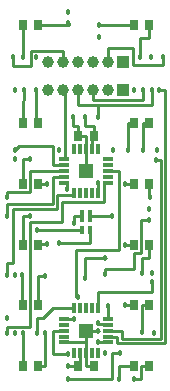
<source format=gbl>
G04 Layer_Physical_Order=4*
G04 Layer_Color=16711680*
%FSLAX44Y44*%
%MOMM*%
G71*
G01*
G75*
%ADD13C,0.2540*%
%ADD14C,1.0000*%
%ADD15R,1.0000X1.0000*%
%ADD16C,0.4572*%
%ADD20R,1.2700X1.2700*%
%ADD21R,0.3048X0.8636*%
%ADD22R,0.8636X0.3048*%
%ADD23R,0.7000X0.8999*%
%ADD24R,0.3800X1.0200*%
%ADD25R,0.3800X0.7600*%
D13*
X88796Y185000D02*
X97750D01*
Y118000D02*
Y185000D01*
X61750Y118000D02*
X97750D01*
X61750Y78000D02*
Y118000D01*
Y78000D02*
X63250D01*
X41770Y30500D02*
X54750D01*
X41770D02*
Y49980D01*
X51204D01*
X70000D02*
X80979D01*
X42080Y179920D02*
X51204D01*
X22540Y185000D02*
X51204D01*
X45890Y164680D02*
X60094D01*
X70000Y194398D02*
Y195000D01*
X73200Y124250D02*
Y135300D01*
X16500Y225387D02*
Y244000D01*
X18000Y245500D01*
Y254000D01*
X63750Y20000D02*
Y20000D01*
X70000Y31184D02*
Y40074D01*
Y49980D01*
X51204Y40074D02*
X70000D01*
X50950Y253539D02*
X52579D01*
X51204Y194906D02*
X52579D01*
X123332Y163008D02*
Y174041D01*
Y163008D02*
X124256D01*
X103005Y174009D02*
Y174041D01*
X73200Y147250D02*
X92000D01*
X73200Y146700D02*
Y147250D01*
X69500Y111756D02*
X86750D01*
X69500Y94750D02*
Y111756D01*
X60000Y141250D02*
Y146700D01*
X59753Y141007D02*
X59757D01*
X60000Y141250D01*
X117000Y143500D02*
X123750D01*
X60094Y164680D02*
Y166204D01*
X28000Y226887D02*
X29500Y225387D01*
X49700Y141920D02*
Y159000D01*
X45890Y153190D02*
Y164680D01*
X8080Y153190D02*
X45890D01*
X42080Y157000D02*
Y179920D01*
X3000Y157000D02*
X42080D01*
X60000Y146700D02*
X66800D01*
X49700Y159000D02*
X85000D01*
X103005Y174041D02*
X110332D01*
X110333Y122694D02*
Y122756D01*
X103005D02*
X110333D01*
X103005Y71269D02*
X110333D01*
X52789Y59886D02*
X60250D01*
X47000Y68750D02*
Y68776D01*
X117000Y20000D02*
X123332D01*
X117000Y9250D02*
Y20000D01*
X110755Y9250D02*
X117000D01*
X110755D02*
Y9251D01*
X42080Y68750D02*
X47000D01*
X63750Y20000D02*
X64920D01*
Y31184D01*
X70000Y20000D02*
Y31184D01*
Y20000D02*
X76500D01*
X51204Y175094D02*
X54059D01*
X8080Y106920D02*
Y153190D01*
X3000Y106920D02*
X8080D01*
X3000Y163000D02*
Y167001D01*
X16500Y122694D02*
Y147000D01*
X23000D01*
X22540Y167001D02*
Y185000D01*
X3000Y167001D02*
X22540D01*
X16500Y174041D02*
Y195000D01*
X51204Y189920D02*
Y190080D01*
X10000Y194000D02*
Y195000D01*
X63500Y214979D02*
X70000D01*
Y203796D02*
Y214979D01*
Y194398D02*
Y203796D01*
X29500Y174041D02*
X29541Y174000D01*
X29500Y20000D02*
X29500Y20000D01*
X29806Y123000D02*
X37000D01*
X29500Y122694D02*
X29806Y123000D01*
X29500Y308999D02*
X29500Y308999D01*
X70000Y185000D02*
Y194398D01*
X42080Y189920D02*
X51204D01*
X85000Y159000D02*
Y175094D01*
X88796D01*
X75080Y203796D02*
Y214979D01*
X76500D01*
X118000Y245000D02*
Y254000D01*
X92000Y9000D02*
Y31000D01*
X55000Y20000D02*
X63750D01*
X52579Y194906D02*
Y253539D01*
X28000Y226887D02*
Y254000D01*
X63650Y241000D02*
Y253539D01*
X126000Y241000D02*
Y254000D01*
X118000Y203000D02*
Y225387D01*
X123332D01*
X105499Y203000D02*
Y225387D01*
X110332D01*
X54059Y169760D02*
Y175094D01*
X79906Y166204D02*
Y175268D01*
X76350Y245000D02*
Y253539D01*
Y245000D02*
X118000D01*
X76500Y214979D02*
Y223000D01*
X63500Y214979D02*
Y223000D01*
X59000D02*
X63500D01*
X59000D02*
Y231000D01*
X79906D02*
Y241000D01*
X63650D02*
X79906D01*
X126000D01*
X69000Y223000D02*
X76500D01*
X69000D02*
Y231000D01*
X16500Y20000D02*
Y48000D01*
X17000D01*
X29000D02*
Y60347D01*
X33677D01*
X35000Y20000D02*
Y48000D01*
X29500Y20000D02*
X35000D01*
X3000Y48000D02*
Y53000D01*
X16000Y71847D02*
X16500Y71347D01*
X16000Y71847D02*
Y97000D01*
X13000Y206000D02*
X42080D01*
Y189920D02*
Y206000D01*
X10000Y203000D02*
X13000Y206000D01*
X16000Y308999D02*
X16500D01*
X50600Y277000D02*
Y286826D01*
X23174D02*
X50600D01*
X8000Y274000D02*
Y282000D01*
X16500D02*
Y308999D01*
X8000Y274000D02*
X23174D01*
X81000Y309000D02*
X110332D01*
X110332Y308999D01*
X109500Y274500D02*
X135238D01*
X88700Y277000D02*
Y288826D01*
X109500D01*
X135238Y274500D02*
Y280750D01*
X135250D01*
X109500Y274500D02*
Y288826D01*
X23000Y195000D02*
X23000D01*
X16500D02*
X23000D01*
X3000Y146000D02*
Y146750D01*
Y157000D01*
Y97000D02*
Y106920D01*
X29500Y96500D02*
X35000D01*
X29500Y71347D02*
Y96500D01*
X81187Y56253D02*
X81190Y56250D01*
X102616Y102000D02*
Y102076D01*
X86250Y97500D02*
Y102076D01*
X102616D01*
X81190Y55822D02*
Y56250D01*
X88796Y55060D02*
Y55822D01*
X79906Y68776D02*
Y82254D01*
X129750Y194250D02*
X133190D01*
X98000Y20000D02*
X110332D01*
X98000Y9000D02*
Y20000D01*
X103005Y71253D02*
Y71269D01*
X88500Y71000D02*
X88796D01*
X80500Y40074D02*
X88796D01*
X92000Y31000D02*
X99060D01*
X88796Y44900D02*
X96000D01*
Y39250D02*
Y44900D01*
X80504Y56253D02*
X81187D01*
X80979Y49980D02*
X81000Y50000D01*
X100250Y43060D02*
Y49980D01*
X88796D02*
X100250D01*
X117500Y49000D02*
Y71269D01*
X123332D01*
X124256D01*
X55000Y9000D02*
X92000D01*
X126188Y82254D02*
X126250D01*
X126188D02*
Y91409D01*
X79906Y82254D02*
X126188D01*
X110500Y102000D02*
Y115250D01*
X117000D01*
X102616Y102000D02*
X110500D01*
X117000Y115250D02*
Y143500D01*
X117250Y98500D02*
Y111440D01*
X123333D01*
Y122694D01*
X123332Y298000D02*
Y308999D01*
X115500Y281500D02*
Y298000D01*
X123332D01*
X55500Y308999D02*
Y310750D01*
X96000Y39250D02*
X137000D01*
X100250Y43060D02*
X133190D01*
X132000Y254000D02*
X137000D01*
Y39250D02*
Y254000D01*
X133190Y43060D02*
Y194250D01*
X23174Y274000D02*
Y286826D01*
X16500Y282000D02*
X17000D01*
X47500Y124250D02*
X73200D01*
X29000Y135300D02*
X66800D01*
X33677Y60347D02*
X42080Y68750D01*
X22750Y141920D02*
X49700D01*
X3000Y53000D02*
X22750D01*
Y141920D01*
X81190Y55822D02*
X88796D01*
X47000Y68776D02*
X60094D01*
X88796Y59886D02*
Y71000D01*
X29541Y174000D02*
X37000D01*
X29500Y308999D02*
X55500D01*
D14*
X38250Y253539D02*
D03*
X50950D02*
D03*
X63650D02*
D03*
X76350D02*
D03*
X89050D02*
D03*
X88700Y277000D02*
D03*
X76000D02*
D03*
X63300D02*
D03*
X50600D02*
D03*
X37900D02*
D03*
D15*
X101750Y253539D02*
D03*
X101400Y277000D02*
D03*
D16*
X63250Y78000D02*
D03*
X54750Y30500D02*
D03*
X28000Y254000D02*
D03*
X18000D02*
D03*
X10000D02*
D03*
X55000Y20000D02*
D03*
X85754Y111756D02*
D03*
X47499Y203000D02*
D03*
X123750Y152500D02*
D03*
X124256Y163008D02*
D03*
X103005Y174009D02*
D03*
X92000Y147250D02*
D03*
X69500Y94750D02*
D03*
X59753Y141007D02*
D03*
X123750Y143500D02*
D03*
X129750Y194250D02*
D03*
X47500Y124250D02*
D03*
X54059Y169760D02*
D03*
X103005Y122756D02*
D03*
X60250Y59886D02*
D03*
X110755Y9251D02*
D03*
X3000Y163000D02*
D03*
X37000Y174000D02*
D03*
X3000Y60347D02*
D03*
X29000Y135300D02*
D03*
X23000Y147000D02*
D03*
X10000Y195000D02*
D03*
X37000Y123000D02*
D03*
X111000Y254000D02*
D03*
X132000D02*
D03*
X126000D02*
D03*
X118000D02*
D03*
X55000Y319999D02*
D03*
X105499Y203000D02*
D03*
X118000D02*
D03*
X130498D02*
D03*
X93000D02*
D03*
X79906Y175268D02*
D03*
X59000Y231000D02*
D03*
X79906D02*
D03*
X69000D02*
D03*
X10000Y48000D02*
D03*
X17000D02*
D03*
X29000D02*
D03*
X35000D02*
D03*
X3000D02*
D03*
X10000Y97000D02*
D03*
X16000D02*
D03*
X10000Y203000D02*
D03*
X28000Y282000D02*
D03*
X8000D02*
D03*
X81000Y309000D02*
D03*
Y298500D02*
D03*
X125000Y281500D02*
D03*
X135250D02*
D03*
X115500D02*
D03*
X23000Y195000D02*
D03*
X3000Y146750D02*
D03*
Y97000D02*
D03*
X35000Y96500D02*
D03*
X86250Y97500D02*
D03*
X98000Y9000D02*
D03*
X103005Y71253D02*
D03*
X88500Y71000D02*
D03*
X86000Y31000D02*
D03*
X80500Y40074D02*
D03*
X99060Y31000D02*
D03*
X80504Y56253D02*
D03*
Y50000D02*
D03*
X117500Y49000D02*
D03*
X55000Y9000D02*
D03*
X126188Y91409D02*
D03*
X126000Y98500D02*
D03*
X117250D02*
D03*
X55000Y310750D02*
D03*
X127250Y48250D02*
D03*
X17000Y282000D02*
D03*
D20*
X70000Y49980D02*
D03*
Y185000D02*
D03*
D21*
X79906Y68776D02*
D03*
X75080D02*
D03*
X70000D02*
D03*
X64920D02*
D03*
X60094D02*
D03*
Y31184D02*
D03*
X64920D02*
D03*
X70000D02*
D03*
X75080D02*
D03*
X79906D02*
D03*
X60094Y203796D02*
D03*
X64920D02*
D03*
X70000D02*
D03*
X75080D02*
D03*
X79906D02*
D03*
Y166204D02*
D03*
X75080D02*
D03*
X70000D02*
D03*
X64920D02*
D03*
X60094D02*
D03*
D22*
X51204Y59886D02*
D03*
Y55060D02*
D03*
Y49980D02*
D03*
Y44900D02*
D03*
Y40074D02*
D03*
X88796D02*
D03*
Y44900D02*
D03*
Y49980D02*
D03*
Y55060D02*
D03*
Y59886D02*
D03*
X51204Y175094D02*
D03*
Y179920D02*
D03*
Y185000D02*
D03*
Y190080D02*
D03*
Y194906D02*
D03*
X88796D02*
D03*
Y190080D02*
D03*
Y185000D02*
D03*
Y179920D02*
D03*
Y175094D02*
D03*
D23*
X123332Y174041D02*
D03*
X110332D02*
D03*
X123332Y225387D02*
D03*
X110332D02*
D03*
X123333Y122694D02*
D03*
X110333D02*
D03*
X63500Y214979D02*
D03*
X76500D02*
D03*
X123332Y20000D02*
D03*
X110332D02*
D03*
X123332Y308999D02*
D03*
X110332D02*
D03*
X16500Y225387D02*
D03*
X29500D02*
D03*
X16500Y174041D02*
D03*
X29500D02*
D03*
X16500Y122694D02*
D03*
X29500D02*
D03*
X16500Y20000D02*
D03*
X29500D02*
D03*
X76500D02*
D03*
X63500D02*
D03*
X16500Y308999D02*
D03*
X29500D02*
D03*
X110333Y71269D02*
D03*
X123332D02*
D03*
X16500Y71347D02*
D03*
X29500D02*
D03*
D24*
X73200Y146700D02*
D03*
X66800D02*
D03*
D25*
X73200Y135300D02*
D03*
X66800D02*
D03*
M02*

</source>
